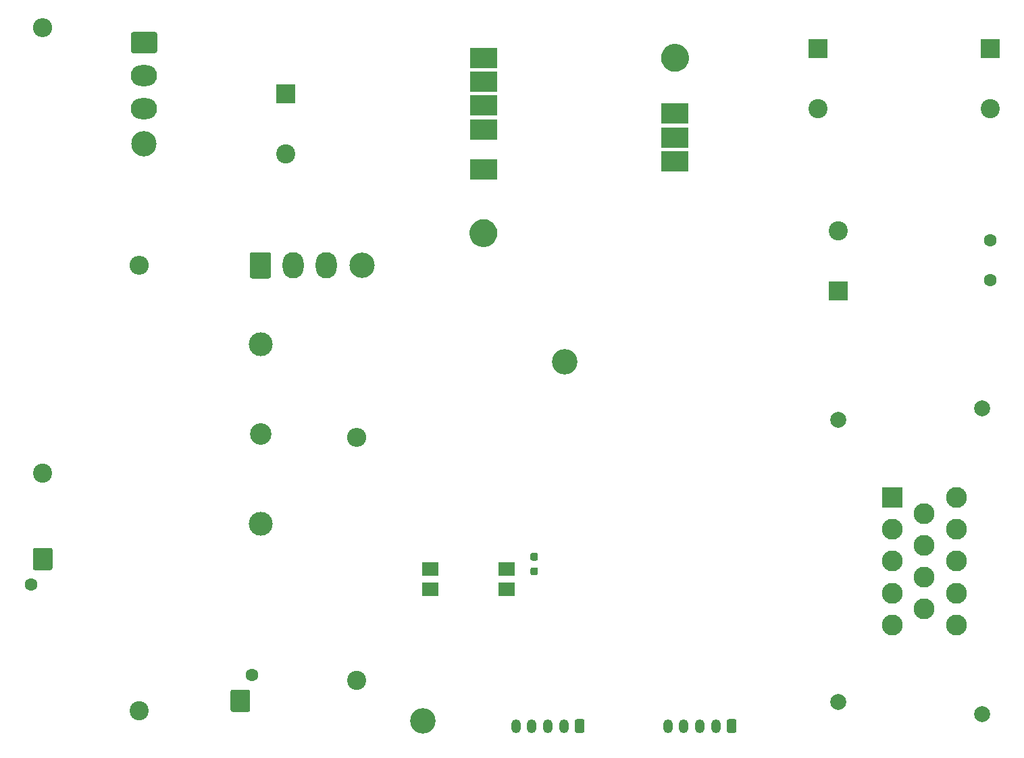
<source format=gbr>
%TF.GenerationSoftware,KiCad,Pcbnew,5.1.7-a382d34a8~88~ubuntu18.04.1*%
%TF.CreationDate,2021-03-18T09:15:53-04:00*%
%TF.ProjectId,HV_DCDC,48565f44-4344-4432-9e6b-696361645f70,rev?*%
%TF.SameCoordinates,Original*%
%TF.FileFunction,Soldermask,Bot*%
%TF.FilePolarity,Negative*%
%FSLAX46Y46*%
G04 Gerber Fmt 4.6, Leading zero omitted, Abs format (unit mm)*
G04 Created by KiCad (PCBNEW 5.1.7-a382d34a8~88~ubuntu18.04.1) date 2021-03-18 09:15:53*
%MOMM*%
%LPD*%
G01*
G04 APERTURE LIST*
%ADD10R,3.500000X2.500000*%
%ADD11C,0.100000*%
%ADD12C,2.000000*%
%ADD13C,2.625000*%
%ADD14R,2.625000X2.625000*%
%ADD15R,2.000000X1.780000*%
%ADD16O,2.400000X2.400000*%
%ADD17C,2.400000*%
%ADD18O,1.200000X1.750000*%
%ADD19C,1.600000*%
%ADD20C,3.180000*%
%ADD21O,3.300000X2.640000*%
%ADD22O,2.640000X3.300000*%
%ADD23C,3.200000*%
%ADD24C,3.000000*%
%ADD25C,2.700000*%
%ADD26R,2.400000X2.400000*%
G04 APERTURE END LIST*
D10*
%TO.C,U1*%
X132080000Y-33020000D03*
D11*
G36*
X132336778Y-53288941D02*
G01*
X132505215Y-53322445D01*
X132669557Y-53372298D01*
X132828221Y-53438019D01*
X132979680Y-53518975D01*
X133122474Y-53614387D01*
X133255228Y-53723336D01*
X133376664Y-53844772D01*
X133485613Y-53977526D01*
X133581025Y-54120320D01*
X133661981Y-54271779D01*
X133727702Y-54430443D01*
X133777555Y-54594785D01*
X133811059Y-54763222D01*
X133827892Y-54934132D01*
X133827892Y-55105868D01*
X133811059Y-55276778D01*
X133777555Y-55445215D01*
X133727702Y-55609557D01*
X133661981Y-55768221D01*
X133581025Y-55919680D01*
X133485613Y-56062474D01*
X133376664Y-56195228D01*
X133255228Y-56316664D01*
X133122474Y-56425613D01*
X132979680Y-56521025D01*
X132828221Y-56601981D01*
X132669557Y-56667702D01*
X132505215Y-56717555D01*
X132336778Y-56751059D01*
X132165868Y-56767892D01*
X131994132Y-56767892D01*
X131823222Y-56751059D01*
X131654785Y-56717555D01*
X131490443Y-56667702D01*
X131331779Y-56601981D01*
X131180320Y-56521025D01*
X131037526Y-56425613D01*
X130904772Y-56316664D01*
X130783336Y-56195228D01*
X130674387Y-56062474D01*
X130578975Y-55919680D01*
X130498019Y-55768221D01*
X130432298Y-55609557D01*
X130382445Y-55445215D01*
X130348941Y-55276778D01*
X130332108Y-55105868D01*
X130332108Y-54934132D01*
X130348941Y-54763222D01*
X130382445Y-54594785D01*
X130432298Y-54430443D01*
X130498019Y-54271779D01*
X130578975Y-54120320D01*
X130674387Y-53977526D01*
X130783336Y-53844772D01*
X130904772Y-53723336D01*
X131037526Y-53614387D01*
X131180320Y-53518975D01*
X131331779Y-53438019D01*
X131490443Y-53372298D01*
X131654785Y-53322445D01*
X131823222Y-53288941D01*
X131994132Y-53272108D01*
X132165868Y-53272108D01*
X132336778Y-53288941D01*
G37*
D10*
X132080000Y-36020000D03*
X132080000Y-39020000D03*
X132080000Y-42020000D03*
X132080000Y-47020000D03*
D11*
G36*
X156336778Y-31288941D02*
G01*
X156505215Y-31322445D01*
X156669557Y-31372298D01*
X156828221Y-31438019D01*
X156979680Y-31518975D01*
X157122474Y-31614387D01*
X157255228Y-31723336D01*
X157376664Y-31844772D01*
X157485613Y-31977526D01*
X157581025Y-32120320D01*
X157661981Y-32271779D01*
X157727702Y-32430443D01*
X157777555Y-32594785D01*
X157811059Y-32763222D01*
X157827892Y-32934132D01*
X157827892Y-33105868D01*
X157811059Y-33276778D01*
X157777555Y-33445215D01*
X157727702Y-33609557D01*
X157661981Y-33768221D01*
X157581025Y-33919680D01*
X157485613Y-34062474D01*
X157376664Y-34195228D01*
X157255228Y-34316664D01*
X157122474Y-34425613D01*
X156979680Y-34521025D01*
X156828221Y-34601981D01*
X156669557Y-34667702D01*
X156505215Y-34717555D01*
X156336778Y-34751059D01*
X156165868Y-34767892D01*
X155994132Y-34767892D01*
X155823222Y-34751059D01*
X155654785Y-34717555D01*
X155490443Y-34667702D01*
X155331779Y-34601981D01*
X155180320Y-34521025D01*
X155037526Y-34425613D01*
X154904772Y-34316664D01*
X154783336Y-34195228D01*
X154674387Y-34062474D01*
X154578975Y-33919680D01*
X154498019Y-33768221D01*
X154432298Y-33609557D01*
X154382445Y-33445215D01*
X154348941Y-33276778D01*
X154332108Y-33105868D01*
X154332108Y-32934132D01*
X154348941Y-32763222D01*
X154382445Y-32594785D01*
X154432298Y-32430443D01*
X154498019Y-32271779D01*
X154578975Y-32120320D01*
X154674387Y-31977526D01*
X154783336Y-31844772D01*
X154904772Y-31723336D01*
X155037526Y-31614387D01*
X155180320Y-31518975D01*
X155331779Y-31438019D01*
X155490443Y-31372298D01*
X155654785Y-31322445D01*
X155823222Y-31288941D01*
X155994132Y-31272108D01*
X156165868Y-31272108D01*
X156336778Y-31288941D01*
G37*
D10*
X156080000Y-40020000D03*
X156080000Y-43020000D03*
X156080000Y-46020000D03*
%TD*%
D12*
%TO.C,J5*%
X194625000Y-115370000D03*
X194625000Y-76970000D03*
X176525000Y-113870000D03*
X176525000Y-78470000D03*
D13*
X191325000Y-104170000D03*
X191325000Y-100170000D03*
X191325000Y-96170000D03*
X191325000Y-92170000D03*
X191325000Y-88170000D03*
X187325000Y-102170000D03*
X187325000Y-98170000D03*
X187325000Y-94170000D03*
X187325000Y-90170000D03*
X183325000Y-104170000D03*
X183325000Y-100170000D03*
X183325000Y-96170000D03*
X183325000Y-92170000D03*
D14*
X183325000Y-88170000D03*
%TD*%
D15*
%TO.C,U3*%
X134940000Y-99695000D03*
X125410000Y-97155000D03*
X134940000Y-97155000D03*
X125410000Y-99695000D03*
%TD*%
D16*
%TO.C,R8*%
X76835000Y-29210000D03*
D17*
X76835000Y-85090000D03*
%TD*%
D16*
%TO.C,R7*%
X88900000Y-59055000D03*
D17*
X88900000Y-114935000D03*
%TD*%
%TO.C,R2*%
G36*
G01*
X138667500Y-96095000D02*
X138192500Y-96095000D01*
G75*
G02*
X137955000Y-95857500I0J237500D01*
G01*
X137955000Y-95357500D01*
G75*
G02*
X138192500Y-95120000I237500J0D01*
G01*
X138667500Y-95120000D01*
G75*
G02*
X138905000Y-95357500I0J-237500D01*
G01*
X138905000Y-95857500D01*
G75*
G02*
X138667500Y-96095000I-237500J0D01*
G01*
G37*
G36*
G01*
X138667500Y-97920000D02*
X138192500Y-97920000D01*
G75*
G02*
X137955000Y-97682500I0J237500D01*
G01*
X137955000Y-97182500D01*
G75*
G02*
X138192500Y-96945000I237500J0D01*
G01*
X138667500Y-96945000D01*
G75*
G02*
X138905000Y-97182500I0J-237500D01*
G01*
X138905000Y-97682500D01*
G75*
G02*
X138667500Y-97920000I-237500J0D01*
G01*
G37*
%TD*%
D16*
%TO.C,R1*%
X116205000Y-80645000D03*
D17*
X116205000Y-111125000D03*
%TD*%
D18*
%TO.C,J7*%
X136145000Y-116840000D03*
X138145000Y-116840000D03*
X140145000Y-116840000D03*
X142145000Y-116840000D03*
G36*
G01*
X144745000Y-116214999D02*
X144745000Y-117465001D01*
G75*
G02*
X144495001Y-117715000I-249999J0D01*
G01*
X143794999Y-117715000D01*
G75*
G02*
X143545000Y-117465001I0J249999D01*
G01*
X143545000Y-116214999D01*
G75*
G02*
X143794999Y-115965000I249999J0D01*
G01*
X144495001Y-115965000D01*
G75*
G02*
X144745000Y-116214999I0J-249999D01*
G01*
G37*
%TD*%
%TO.C,J6*%
X155195000Y-116840000D03*
X157195000Y-116840000D03*
X159195000Y-116840000D03*
X161195000Y-116840000D03*
G36*
G01*
X163795000Y-116214999D02*
X163795000Y-117465001D01*
G75*
G02*
X163545001Y-117715000I-249999J0D01*
G01*
X162844999Y-117715000D01*
G75*
G02*
X162595000Y-117465001I0J249999D01*
G01*
X162595000Y-116214999D01*
G75*
G02*
X162844999Y-115965000I249999J0D01*
G01*
X163545001Y-115965000D01*
G75*
G02*
X163795000Y-116214999I0J-249999D01*
G01*
G37*
%TD*%
D19*
%TO.C,J4*%
X75335000Y-99135000D03*
G36*
G01*
X75605000Y-97035001D02*
X75605000Y-94734999D01*
G75*
G02*
X75854999Y-94485000I249999J0D01*
G01*
X77815001Y-94485000D01*
G75*
G02*
X78065000Y-94734999I0J-249999D01*
G01*
X78065000Y-97035001D01*
G75*
G02*
X77815001Y-97285000I-249999J0D01*
G01*
X75854999Y-97285000D01*
G75*
G02*
X75605000Y-97035001I0J249999D01*
G01*
G37*
%TD*%
%TO.C,J3*%
X103100000Y-110415000D03*
G36*
G01*
X102830000Y-112514999D02*
X102830000Y-114815001D01*
G75*
G02*
X102580001Y-115065000I-249999J0D01*
G01*
X100619999Y-115065000D01*
G75*
G02*
X100370000Y-114815001I0J249999D01*
G01*
X100370000Y-112514999D01*
G75*
G02*
X100619999Y-112265000I249999J0D01*
G01*
X102580001Y-112265000D01*
G75*
G02*
X102830000Y-112514999I0J-249999D01*
G01*
G37*
%TD*%
D20*
%TO.C,J2*%
X89535000Y-43835000D03*
D21*
X89535000Y-39395000D03*
X89535000Y-35255000D03*
G36*
G01*
X87885000Y-32185000D02*
X87885000Y-30045000D01*
G75*
G02*
X88135000Y-29795000I250000J0D01*
G01*
X90935000Y-29795000D01*
G75*
G02*
X91185000Y-30045000I0J-250000D01*
G01*
X91185000Y-32185000D01*
G75*
G02*
X90935000Y-32435000I-250000J0D01*
G01*
X88135000Y-32435000D01*
G75*
G02*
X87885000Y-32185000I0J250000D01*
G01*
G37*
%TD*%
D20*
%TO.C,J1*%
X116840000Y-59055000D03*
D22*
X112400000Y-59055000D03*
X108260000Y-59055000D03*
G36*
G01*
X105190000Y-60705000D02*
X103050000Y-60705000D01*
G75*
G02*
X102800000Y-60455000I0J250000D01*
G01*
X102800000Y-57655000D01*
G75*
G02*
X103050000Y-57405000I250000J0D01*
G01*
X105190000Y-57405000D01*
G75*
G02*
X105440000Y-57655000I0J-250000D01*
G01*
X105440000Y-60455000D01*
G75*
G02*
X105190000Y-60705000I-250000J0D01*
G01*
G37*
%TD*%
D23*
%TO.C,H6*%
X142240000Y-71120000D03*
%TD*%
%TO.C,H5*%
X124460000Y-116205000D03*
%TD*%
D24*
%TO.C,F1*%
X104140000Y-91440000D03*
X104140000Y-68940000D03*
D25*
X104140000Y-80190000D03*
%TD*%
D19*
%TO.C,C8*%
X195580000Y-60880000D03*
X195580000Y-55880000D03*
%TD*%
D26*
%TO.C,C7*%
X176530000Y-62230000D03*
D17*
X176530000Y-54730000D03*
%TD*%
D26*
%TO.C,C6*%
X173990000Y-31870000D03*
D17*
X173990000Y-39370000D03*
%TD*%
D26*
%TO.C,C5*%
X195580000Y-31870000D03*
D17*
X195580000Y-39370000D03*
%TD*%
D26*
%TO.C,C4*%
X107315000Y-37585000D03*
D17*
X107315000Y-45085000D03*
%TD*%
M02*

</source>
